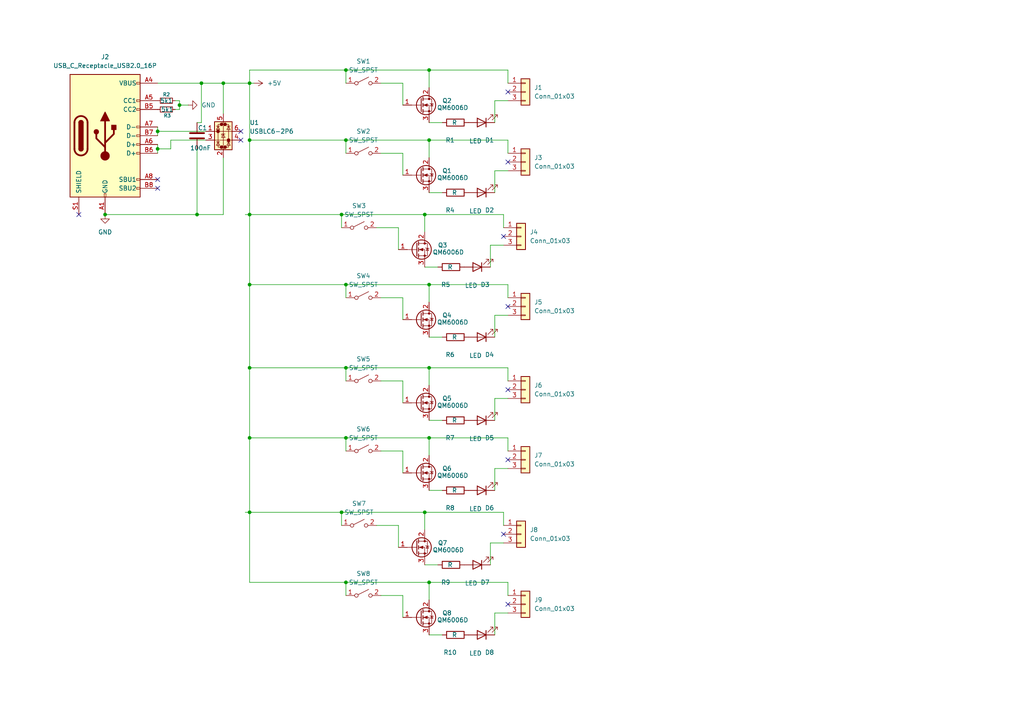
<source format=kicad_sch>
(kicad_sch (version 20250114) (generator "eeschema") (generator_version "9.0")
  (paper "A4")
  (lib_symbols
    (symbol "Connector:USB_C_Receptacle_USB2.0_16P" (pin_names (offset 1.016))
      (property "Reference" "J" (at 0 22.225 0))
      (property "Value" "USB_C_Receptacle_USB2.0_16P" (at 0 19.685 0))
      (symbol "USB_C_Receptacle_USB2.0_16P_0_0"
        (rectangle (start -0.254 -17.78) (end 0.254 -16.764))
        (rectangle (start 10.16 15.494) (end 9.144 14.986))
        (rectangle (start 10.16 10.414) (end 9.144 9.906))
        (rectangle (start 10.16 7.874) (end 9.144 7.366))
        (rectangle (start 10.16 2.794) (end 9.144 2.286))
        (rectangle (start 10.16 0.254) (end 9.144 -0.254))
        (rectangle (start 10.16 -2.286) (end 9.144 -2.794))
        (rectangle (start 10.16 -4.826) (end 9.144 -5.334))
        (rectangle (start 10.16 -12.446) (end 9.144 -12.954))
        (rectangle (start 10.16 -14.986) (end 9.144 -15.494))
      )
      (symbol "USB_C_Receptacle_USB2.0_16P_0_1"
        (rectangle (start -10.16 17.78) (end 10.16 -17.78) (stroke (width 0.254)) (fill (type background)))
        (polyline (pts (xy -8.89 -3.81) (xy -8.89 3.81)) (stroke (width 0.508)))
        (rectangle (start -7.62 -3.81) (end -6.35 3.81) (stroke (width 0.254)) (fill (type outline)))
        (arc (start -7.62 3.81) (mid -6.985 4.4423) (end -6.35 3.81) (stroke (width 0.254)))
        (arc (start -7.62 3.81) (mid -6.985 4.4423) (end -6.35 3.81) (stroke (width 0.254)) (fill (type outline)))
        (arc (start -8.89 3.81) (mid -6.985 5.7067) (end -5.08 3.81) (stroke (width 0.508)))
        (arc (start -5.08 -3.81) (mid -6.985 -5.7067) (end -8.89 -3.81) (stroke (width 0.508)))
        (arc (start -6.35 -3.81) (mid -6.985 -4.4423) (end -7.62 -3.81) (stroke (width 0.254)))
        (arc (start -6.35 -3.81) (mid -6.985 -4.4423) (end -7.62 -3.81) (stroke (width 0.254)) (fill (type outline)))
        (polyline (pts (xy -5.08 3.81) (xy -5.08 -3.81)) (stroke (width 0.508)))
        (circle (center -2.54 1.143) (radius 0.635) (stroke (width 0.254)) (fill (type outline)))
        (polyline (pts (xy -1.27 4.318) (xy 0 6.858) (xy 1.27 4.318) (xy -1.27 4.318)) (stroke (width 0.254)) (fill (type outline)))
        (polyline (pts (xy 0 -2.032) (xy 2.54 0.508) (xy 2.54 1.778)) (stroke (width 0.508)))
        (polyline (pts (xy 0 -3.302) (xy -2.54 -0.762) (xy -2.54 0.508)) (stroke (width 0.508)))
        (polyline (pts (xy 0 -5.842) (xy 0 4.318)) (stroke (width 0.508)))
        (circle (center 0 -5.842) (radius 1.27) (fill (type outline)))
        (rectangle (start 1.905 1.778) (end 3.175 3.048) (stroke (width 0.254)) (fill (type outline)))
      )
      (symbol "USB_C_Receptacle_USB2.0_16P_1_1"
        (pin passive line (at -7.62 -22.86 90) (length 5.08) (name "SHIELD") (number "S1"))
        (pin passive line (at 0 -22.86 90) (length 5.08) (name "GND") (number "A1"))
        (pin passive line (at 0 -22.86 90) (length 5.08) (hide yes) (name "GND") (number "A12"))
        (pin passive line (at 0 -22.86 90) (length 5.08) (hide yes) (name "GND") (number "B1"))
        (pin passive line (at 0 -22.86 90) (length 5.08) (hide yes) (name "GND") (number "B12"))
        (pin passive line (at 15.24 15.24 180) (length 5.08) (name "VBUS") (number "A4"))
        (pin passive line (at 15.24 15.24 180) (length 5.08) (hide yes) (name "VBUS") (number "A9"))
        (pin passive line (at 15.24 15.24 180) (length 5.08) (hide yes) (name "VBUS") (number "B4"))
        (pin passive line (at 15.24 15.24 180) (length 5.08) (hide yes) (name "VBUS") (number "B9"))
        (pin bidirectional line (at 15.24 10.16 180) (length 5.08) (name "CC1") (number "A5"))
        (pin bidirectional line (at 15.24 7.62 180) (length 5.08) (name "CC2") (number "B5"))
        (pin bidirectional line (at 15.24 2.54 180) (length 5.08) (name "D-") (number "A7"))
        (pin bidirectional line (at 15.24 0 180) (length 5.08) (name "D-") (number "B7"))
        (pin bidirectional line (at 15.24 -2.54 180) (length 5.08) (name "D+") (number "A6"))
        (pin bidirectional line (at 15.24 -5.08 180) (length 5.08) (name "D+") (number "B6"))
        (pin bidirectional line (at 15.24 -12.7 180) (length 5.08) (name "SBU1") (number "A8"))
        (pin bidirectional line (at 15.24 -15.24 180) (length 5.08) (name "SBU2") (number "B8"))
      )
    )
    (symbol "Connector_Generic:Conn_01x03" (pin_names (offset 1.016) (hide yes))
      (property "Reference" "J" (at 0 5.08 0))
      (property "Value" "Conn_01x03" (at 0 -5.08 0))
      (symbol "Conn_01x03_1_1"
        (rectangle (start -1.27 3.81) (end 1.27 -3.81) (stroke (width 0.254)) (fill (type background)))
        (rectangle (start -1.27 2.667) (end 0 2.413) (stroke (width 0.1524)))
        (rectangle (start -1.27 0.127) (end 0 -0.127) (stroke (width 0.1524)))
        (rectangle (start -1.27 -2.413) (end 0 -2.667) (stroke (width 0.1524)))
        (pin passive line (at -5.08 2.54 0) (length 3.81) (name "Pin_1") (number "1"))
        (pin passive line (at -5.08 0 0) (length 3.81) (name "Pin_2") (number "2"))
        (pin passive line (at -5.08 -2.54 0) (length 3.81) (name "Pin_3") (number "3"))
      )
    )
    (symbol "Device:C" (pin_numbers (hide yes)) (pin_names (offset 0.254))
      (property "Reference" "C" (at 0.635 2.54 0))
      (property "Value" "C" (at 0.635 -2.54 0))
      (symbol "C_0_1"
        (polyline (pts (xy -2.032 0.762) (xy 2.032 0.762)) (stroke (width 0.508)))
        (polyline (pts (xy -2.032 -0.762) (xy 2.032 -0.762)) (stroke (width 0.508)))
      )
      (symbol "C_1_1"
        (pin passive line (at 0 3.81 270) (length 2.794) (name "~") (number "1"))
        (pin passive line (at 0 -3.81 90) (length 2.794) (name "~") (number "2"))
      )
    )
    (symbol "Device:LED" (pin_numbers (hide yes)) (pin_names (offset 1.016) (hide yes))
      (property "Reference" "D" (at 0 2.54 0))
      (property "Value" "LED" (at 0 -2.54 0))
      (symbol "LED_0_1"
        (polyline (pts (xy -3.048 -0.762) (xy -4.572 -2.286) (xy -3.81 -2.286) (xy -4.572 -2.286) (xy -4.572 -1.524)))
        (polyline (pts (xy -1.778 -0.762) (xy -3.302 -2.286) (xy -2.54 -2.286) (xy -3.302 -2.286) (xy -3.302 -1.524)))
        (polyline (pts (xy -1.27 0) (xy 1.27 0)))
        (polyline (pts (xy -1.27 -1.27) (xy -1.27 1.27)) (stroke (width 0.254)))
        (polyline (pts (xy 1.27 -1.27) (xy 1.27 1.27) (xy -1.27 0) (xy 1.27 -1.27)) (stroke (width 0.254)))
      )
      (symbol "LED_1_1"
        (pin passive line (at -3.81 0 0) (length 2.54) (name "K") (number "1"))
        (pin passive line (at 3.81 0 180) (length 2.54) (name "A") (number "2"))
      )
    )
    (symbol "Device:R" (pin_numbers (hide yes)) (pin_names (offset 0))
      (property "Reference" "R" (at 2.032 0 90))
      (property "Value" "R" (at 0 0 90))
      (symbol "R_0_1"
        (rectangle (start -1.016 -2.54) (end 1.016 2.54) (stroke (width 0.254)))
      )
      (symbol "R_1_1"
        (pin passive line (at 0 3.81 270) (length 1.27) (name "~") (number "1"))
        (pin passive line (at 0 -3.81 90) (length 1.27) (name "~") (number "2"))
      )
    )
    (symbol "Device:R_Small" (pin_numbers (hide yes)) (pin_names (offset 0.254) (hide yes))
      (property "Reference" "R" (at 0 0 90))
      (property "Value" "R_Small" (at 1.778 0 90))
      (symbol "R_Small_0_1"
        (rectangle (start -0.762 1.778) (end 0.762 -1.778) (stroke (width 0.2032)))
      )
      (symbol "R_Small_1_1"
        (pin passive line (at 0 2.54 270) (length 0.762) (name "~") (number "1"))
        (pin passive line (at 0 -2.54 90) (length 0.762) (name "~") (number "2"))
      )
    )
    (symbol "Power_Protection:USBLC6-2P6" (pin_names (hide yes))
      (property "Reference" "U" (at 0.635 5.715 0))
      (property "Value" "USBLC6-2P6" (at 0.635 3.81 0))
      (symbol "USBLC6-2P6_0_0"
        (circle (center -1.524 0) (radius 0.0001) (stroke (width 0.508)))
        (circle (center -0.508 2.032) (radius 0.0001) (stroke (width 0.508)))
        (circle (center -0.508 -4.572) (radius 0.0001) (stroke (width 0.508)))
        (circle (center 0.508 2.032) (radius 0.0001) (stroke (width 0.508)))
        (circle (center 0.508 -4.572) (radius 0.0001) (stroke (width 0.508)))
        (circle (center 1.524 -2.54) (radius 0.0001) (stroke (width 0.508)))
      )
      (symbol "USBLC6-2P6_0_1"
        (polyline (pts (xy -2.54 0) (xy 2.54 0)))
        (polyline (pts (xy -2.54 -2.54) (xy 2.54 -2.54)))
        (polyline (pts (xy -2.032 0.508) (xy -1.016 0.508) (xy -1.524 1.524) (xy -2.032 0.508)))
        (polyline (pts (xy -2.032 -3.048) (xy -1.016 -3.048)))
        (polyline (pts (xy -1.016 1.524) (xy -2.032 1.524)))
        (polyline (pts (xy -1.016 -4.064) (xy -2.032 -4.064) (xy -1.524 -3.048) (xy -1.016 -4.064)))
        (polyline (pts (xy -0.508 -1.143) (xy -0.508 -0.762) (xy 0.508 -0.762)))
        (polyline (pts (xy 0 2.54) (xy -0.508 2.032) (xy 0.508 2.032) (xy 0 1.524) (xy 0 -4.064) (xy -0.508 -4.572) (xy 0.508 -4.572) (xy 0 -5.08)))
        (polyline (pts (xy 0.508 -1.778) (xy -0.508 -1.778) (xy 0 -0.762) (xy 0.508 -1.778)))
        (polyline (pts (xy 1.016 1.524) (xy 2.032 1.524)))
        (polyline (pts (xy 1.016 -3.048) (xy 2.032 -3.048)))
        (polyline (pts (xy 2.032 0.508) (xy 1.016 0.508) (xy 1.524 1.524) (xy 2.032 0.508)))
        (polyline (pts (xy 2.032 -4.064) (xy 1.016 -4.064) (xy 1.524 -3.048) (xy 2.032 -4.064)))
      )
      (symbol "USBLC6-2P6_1_1"
        (rectangle (start -2.54 2.794) (end 2.54 -5.334) (stroke (width 0.254)) (fill (type background)))
        (polyline (pts (xy -0.508 2.032) (xy -1.524 2.032) (xy -1.524 -4.572) (xy -0.508 -4.572)))
        (polyline (pts (xy 0.508 -4.572) (xy 1.524 -4.572) (xy 1.524 2.032) (xy 0.508 2.032)))
        (pin passive line (at -5.08 0 0) (length 2.54) (name "I/O1") (number "1"))
        (pin passive line (at -5.08 -2.54 0) (length 2.54) (name "I/O2") (number "3"))
        (pin passive line (at 0 5.08 270) (length 2.54) (name "VBUS") (number "5"))
        (pin passive line (at 0 -7.62 90) (length 2.54) (name "GND") (number "2"))
        (pin passive line (at 5.08 0 180) (length 2.54) (name "I/O1") (number "6"))
        (pin passive line (at 5.08 -2.54 180) (length 2.54) (name "I/O2") (number "4"))
      )
    )
    (symbol "Switch:SW_SPST" (pin_names (offset 0) (hide yes))
      (property "Reference" "SW" (at 0 3.175 0))
      (property "Value" "SW_SPST" (at 0 -2.54 0))
      (symbol "SW_SPST_0_0"
        (circle (center -2.032 0) (radius 0.508))
        (polyline (pts (xy -1.524 0.254) (xy 1.524 1.778)))
        (circle (center 2.032 0) (radius 0.508))
      )
      (symbol "SW_SPST_1_1"
        (pin passive line (at -5.08 0 0) (length 2.54) (name "A") (number "1"))
        (pin passive line (at 5.08 0 180) (length 2.54) (name "B") (number "2"))
      )
    )
    (symbol "Transistor_FET:QM6006D" (pin_names (hide yes))
      (property "Reference" "Q" (at 5.08 1.905 0))
      (property "Value" "QM6006D" (at 5.08 0 0))
      (symbol "QM6006D_0_1"
        (polyline (pts (xy 0.254 1.905) (xy 0.254 -1.905)) (stroke (width 0.254)))
        (polyline (pts (xy 0.254 0) (xy -2.54 0)))
        (polyline (pts (xy 0.762 2.286) (xy 0.762 1.27)) (stroke (width 0.254)))
        (polyline (pts (xy 0.762 0.508) (xy 0.762 -0.508)) (stroke (width 0.254)))
        (polyline (pts (xy 0.762 -1.27) (xy 0.762 -2.286)) (stroke (width 0.254)))
        (polyline (pts (xy 0.762 -1.778) (xy 3.302 -1.778) (xy 3.302 1.778) (xy 0.762 1.778)))
        (polyline (pts (xy 1.016 0) (xy 2.032 0.381) (xy 2.032 -0.381) (xy 1.016 0)) (fill (type outline)))
        (circle (center 1.651 0) (radius 2.794) (stroke (width 0.254)))
        (polyline (pts (xy 2.54 2.54) (xy 2.54 1.778)))
        (circle (center 2.54 1.778) (radius 0.254) (fill (type outline)))
        (circle (center 2.54 -1.778) (radius 0.254) (fill (type outline)))
        (polyline (pts (xy 2.54 -2.54) (xy 2.54 0) (xy 0.762 0)))
        (polyline (pts (xy 2.794 0.508) (xy 2.921 0.381) (xy 3.683 0.381) (xy 3.81 0.254)))
        (polyline (pts (xy 3.302 0.381) (xy 2.921 -0.254) (xy 3.683 -0.254) (xy 3.302 0.381)))
      )
      (symbol "QM6006D_1_1"
        (pin input line (at -5.08 0 0) (length 2.54) (name "G") (number "1"))
        (pin passive line (at 2.54 5.08 270) (length 2.54) (name "D") (number "2"))
        (pin passive line (at 2.54 -5.08 90) (length 2.54) (name "S") (number "3"))
      )
    )
    (symbol "power:+5V" (power) (pin_numbers (hide yes)) (pin_names (offset 0) (hide yes))
      (property "Value" "+5V" (at 0 3.556 0))
      (symbol "+5V_0_1"
        (polyline (pts (xy -0.762 1.27) (xy 0 2.54)))
        (polyline (pts (xy 0 2.54) (xy 0.762 1.27)))
        (polyline (pts (xy 0 0) (xy 0 2.54)))
      )
      (symbol "+5V_1_1"
        (pin power_in line (at 0 0 90) (length 0) (name "~") (number "1"))
      )
    )
    (symbol "power:GND" (power) (pin_numbers (hide yes)) (pin_names (offset 0) (hide yes))
      (property "Value" "GND" (at 0 -3.81 0))
      (symbol "GND_0_1"
        (polyline (pts (xy 0 0) (xy 0 -1.27) (xy 1.27 -1.27) (xy 0 -2.54) (xy -1.27 -1.27) (xy 0 -1.27)))
      )
      (symbol "GND_1_1"
        (pin power_in line (at 0 0 270) (length 0) (name "~") (number "1"))
      )
    )
  )
  (junction (at 99.06 62.23))
  (junction (at 123.19 148.59))
  (junction (at 30.48 62.23))
  (junction (at 57.15 62.23))
  (junction (at 100.33 168.91))
  (junction (at 100.33 106.68))
  (junction (at 45.72 38.1))
  (junction (at 124.46 127))
  (junction (at 124.46 106.68))
  (junction (at 100.33 40.64))
  (junction (at 124.46 82.55))
  (junction (at 52.07 30.48))
  (junction (at 72.39 127))
  (junction (at 72.39 106.68))
  (junction (at 72.39 24.13))
  (junction (at 124.46 20.32))
  (junction (at 72.39 82.55))
  (junction (at 58.42 24.13))
  (junction (at 72.39 62.23))
  (junction (at 100.33 82.55))
  (junction (at 100.33 20.32))
  (junction (at 45.72 43.18))
  (junction (at 64.77 24.13))
  (junction (at 123.19 62.23))
  (junction (at 124.46 40.64))
  (junction (at 72.39 148.59))
  (junction (at 100.33 127))
  (junction (at 72.39 40.64))
  (junction (at 99.06 148.59))
  (junction (at 124.46 168.91))
  (no_connect (at 147.32 88.9))
  (no_connect (at 147.32 175.26))
  (no_connect (at 69.85 40.64))
  (no_connect (at 146.05 154.94))
  (no_connect (at 22.86 62.23))
  (no_connect (at 147.32 26.67))
  (no_connect (at 147.32 133.35))
  (no_connect (at 146.05 68.58))
  (no_connect (at 45.72 54.61))
  (no_connect (at 45.72 52.07))
  (no_connect (at 147.32 113.03))
  (no_connect (at 147.32 46.99))
  (no_connect (at 69.85 38.1))
  (wire (pts (xy 123.19 148.59) (xy 146.05 148.59)))
  (wire (pts (xy 124.46 20.32) (xy 124.46 25.4)))
  (wire (pts (xy 123.19 62.23) (xy 123.19 67.31)))
  (wire (pts (xy 147.32 127) (xy 147.32 130.81)))
  (wire (pts (xy 123.19 77.47) (xy 127 77.47)))
  (wire (pts (xy 116.84 24.13) (xy 116.84 30.48)))
  (wire (pts (xy 143.51 115.57) (xy 147.32 115.57)))
  (wire (pts (xy 71.12 148.59) (xy 72.39 148.59)))
  (wire (pts (xy 143.51 29.21) (xy 147.32 29.21)))
  (wire (pts (xy 45.72 38.1) (xy 45.72 39.37)))
  (wire (pts (xy 116.84 110.49) (xy 116.84 116.84)))
  (wire (pts (xy 124.46 40.64) (xy 147.32 40.64)))
  (wire (pts (xy 124.46 82.55) (xy 124.46 87.63)))
  (wire (pts (xy 109.22 152.4) (xy 115.57 152.4)))
  (wire (pts (xy 52.07 29.21) (xy 52.07 30.48)))
  (wire (pts (xy 99.06 148.59) (xy 123.19 148.59)))
  (wire (pts (xy 115.57 152.4) (xy 115.57 158.75)))
  (wire (pts (xy 100.33 82.55) (xy 100.33 86.36)))
  (wire (pts (xy 142.24 71.12) (xy 146.05 71.12)))
  (wire (pts (xy 72.39 82.55) (xy 100.33 82.55)))
  (wire (pts (xy 124.46 20.32) (xy 147.32 20.32)))
  (wire (pts (xy 124.46 127) (xy 147.32 127)))
  (wire (pts (xy 64.77 62.23) (xy 57.15 62.23)))
  (wire (pts (xy 100.33 40.64) (xy 100.33 44.45)))
  (wire (pts (xy 72.39 148.59) (xy 99.06 148.59)))
  (wire (pts (xy 57.15 43.18) (xy 57.15 62.23)))
  (wire (pts (xy 52.07 30.48) (xy 52.07 31.75)))
  (wire (pts (xy 50.8 29.21) (xy 52.07 29.21)))
  (wire (pts (xy 45.72 24.13) (xy 58.42 24.13)))
  (wire (pts (xy 72.39 148.59) (xy 72.39 168.91)))
  (wire (pts (xy 142.24 77.47) (xy 142.24 71.12)))
  (wire (pts (xy 100.33 20.32) (xy 124.46 20.32)))
  (wire (pts (xy 100.33 127) (xy 100.33 130.81)))
  (wire (pts (xy 100.33 127) (xy 124.46 127)))
  (wire (pts (xy 72.39 62.23) (xy 72.39 82.55)))
  (wire (pts (xy 124.46 127) (xy 124.46 132.08)))
  (wire (pts (xy 146.05 148.59) (xy 146.05 152.4)))
  (wire (pts (xy 143.51 91.44) (xy 147.32 91.44)))
  (wire (pts (xy 124.46 97.79) (xy 128.27 97.79)))
  (wire (pts (xy 143.51 135.89) (xy 147.32 135.89)))
  (wire (pts (xy 71.12 62.23) (xy 72.39 62.23)))
  (wire (pts (xy 124.46 82.55) (xy 147.32 82.55)))
  (wire (pts (xy 124.46 168.91) (xy 147.32 168.91)))
  (wire (pts (xy 116.84 86.36) (xy 116.84 92.71)))
  (wire (pts (xy 143.51 35.56) (xy 143.51 29.21)))
  (wire (pts (xy 110.49 130.81) (xy 116.84 130.81)))
  (wire (pts (xy 49.53 40.64) (xy 49.53 43.18)))
  (wire (pts (xy 72.39 24.13) (xy 72.39 20.32)))
  (wire (pts (xy 72.39 24.13) (xy 73.66 24.13)))
  (wire (pts (xy 59.69 40.64) (xy 49.53 40.64)))
  (wire (pts (xy 143.51 121.92) (xy 143.51 115.57)))
  (wire (pts (xy 100.33 20.32) (xy 100.33 24.13)))
  (wire (pts (xy 72.39 40.64) (xy 72.39 62.23)))
  (wire (pts (xy 124.46 184.15) (xy 128.27 184.15)))
  (wire (pts (xy 110.49 44.45) (xy 116.84 44.45)))
  (wire (pts (xy 58.42 24.13) (xy 64.77 24.13)))
  (wire (pts (xy 116.84 130.81) (xy 116.84 137.16)))
  (wire (pts (xy 58.42 24.13) (xy 58.42 35.56)))
  (wire (pts (xy 72.39 40.64) (xy 100.33 40.64)))
  (wire (pts (xy 143.51 142.24) (xy 143.51 135.89)))
  (wire (pts (xy 64.77 45.72) (xy 64.77 62.23)))
  (wire (pts (xy 72.39 106.68) (xy 100.33 106.68)))
  (wire (pts (xy 142.24 163.83) (xy 142.24 157.48)))
  (wire (pts (xy 100.33 40.64) (xy 124.46 40.64)))
  (wire (pts (xy 123.19 148.59) (xy 123.19 153.67)))
  (wire (pts (xy 45.72 43.18) (xy 45.72 44.45)))
  (wire (pts (xy 109.22 66.04) (xy 115.57 66.04)))
  (wire (pts (xy 116.84 172.72) (xy 116.84 179.07)))
  (wire (pts (xy 143.51 97.79) (xy 143.51 91.44)))
  (wire (pts (xy 123.19 62.23) (xy 146.05 62.23)))
  (wire (pts (xy 110.49 86.36) (xy 116.84 86.36)))
  (wire (pts (xy 99.06 62.23) (xy 99.06 66.04)))
  (wire (pts (xy 110.49 110.49) (xy 116.84 110.49)))
  (wire (pts (xy 99.06 148.59) (xy 99.06 152.4)))
  (wire (pts (xy 143.51 49.53) (xy 147.32 49.53)))
  (wire (pts (xy 72.39 20.32) (xy 100.33 20.32)))
  (wire (pts (xy 72.39 24.13) (xy 72.39 40.64)))
  (wire (pts (xy 100.33 82.55) (xy 124.46 82.55)))
  (wire (pts (xy 124.46 106.68) (xy 124.46 111.76)))
  (wire (pts (xy 72.39 127) (xy 72.39 148.59)))
  (wire (pts (xy 72.39 127) (xy 100.33 127)))
  (wire (pts (xy 52.07 30.48) (xy 54.61 30.48)))
  (wire (pts (xy 116.84 44.45) (xy 116.84 50.8)))
  (wire (pts (xy 57.15 35.56) (xy 58.42 35.56)))
  (wire (pts (xy 115.57 66.04) (xy 115.57 72.39)))
  (wire (pts (xy 100.33 168.91) (xy 124.46 168.91)))
  (wire (pts (xy 147.32 168.91) (xy 147.32 172.72)))
  (wire (pts (xy 147.32 82.55) (xy 147.32 86.36)))
  (wire (pts (xy 146.05 62.23) (xy 146.05 66.04)))
  (wire (pts (xy 45.72 41.91) (xy 45.72 43.18)))
  (wire (pts (xy 72.39 106.68) (xy 72.39 127)))
  (wire (pts (xy 124.46 121.92) (xy 128.27 121.92)))
  (wire (pts (xy 64.77 24.13) (xy 72.39 24.13)))
  (wire (pts (xy 100.33 106.68) (xy 124.46 106.68)))
  (wire (pts (xy 124.46 55.88) (xy 128.27 55.88)))
  (wire (pts (xy 49.53 43.18) (xy 45.72 43.18)))
  (wire (pts (xy 30.48 62.23) (xy 57.15 62.23)))
  (wire (pts (xy 143.51 184.15) (xy 143.51 177.8)))
  (wire (pts (xy 52.07 31.75) (xy 50.8 31.75)))
  (wire (pts (xy 99.06 62.23) (xy 123.19 62.23)))
  (wire (pts (xy 72.39 168.91) (xy 100.33 168.91)))
  (wire (pts (xy 72.39 62.23) (xy 99.06 62.23)))
  (wire (pts (xy 100.33 106.68) (xy 100.33 110.49)))
  (wire (pts (xy 110.49 172.72) (xy 116.84 172.72)))
  (wire (pts (xy 142.24 157.48) (xy 146.05 157.48)))
  (wire (pts (xy 124.46 142.24) (xy 128.27 142.24)))
  (wire (pts (xy 147.32 40.64) (xy 147.32 44.45)))
  (wire (pts (xy 45.72 36.83) (xy 45.72 38.1)))
  (wire (pts (xy 147.32 20.32) (xy 147.32 24.13)))
  (wire (pts (xy 147.32 106.68) (xy 147.32 110.49)))
  (wire (pts (xy 124.46 40.64) (xy 124.46 45.72)))
  (wire (pts (xy 124.46 168.91) (xy 124.46 173.99)))
  (wire (pts (xy 72.39 82.55) (xy 72.39 106.68)))
  (wire (pts (xy 110.49 24.13) (xy 116.84 24.13)))
  (wire (pts (xy 143.51 55.88) (xy 143.51 49.53)))
  (wire (pts (xy 124.46 35.56) (xy 128.27 35.56)))
  (wire (pts (xy 100.33 168.91) (xy 100.33 172.72)))
  (wire (pts (xy 124.46 106.68) (xy 147.32 106.68)))
  (wire (pts (xy 123.19 163.83) (xy 127 163.83)))
  (wire (pts (xy 64.77 24.13) (xy 64.77 33.02)))
  (wire (pts (xy 45.72 38.1) (xy 59.69 38.1)))
  (wire (pts (xy 143.51 177.8) (xy 147.32 177.8)))
  (symbol (lib_id "Device:R") (at 132.08 184.15 90) (unit 1)
    (property "Reference" "R10" (at 130.556 189.23 90))
    (property "Value" "R" (at 131.826 184.15 90))
    (property "Footprint" "Resistor_SMD:R_1206_3216Metric" (effects (hide yes)))
    (property "Description" "Resistor" (effects (hide yes)))
  )
  (symbol (lib_id "Device:R_Small") (at 48.26 29.21 90) (unit 1)
    (property "Reference" "R2" (at 48.26 27.432 90) (effects (font (size 1.016 1.016))))
    (property "Value" "5k1" (at 48.26 29.21 90))
    (property "Footprint" "Resistor_SMD:R_1206_3216Metric" (effects (hide yes)))
    (property "Description" "Resistor, small symbol" (effects (hide yes)))
  )
  (symbol (lib_id "power:GND") (at 30.48 62.23 0) (unit 1)
    (property "Reference" "#PWR04" (effects (hide yes)))
    (property "Value" "GND" (at 30.48 67.31 0))
    (property "Description" "Power symbol creates a global label with name \"GND\" , ground" (effects (hide yes)))
  )
  (symbol (lib_id "Transistor_FET:QM6006D") (at 121.92 179.07 0) (unit 1)
    (property "Reference" "Q8" (at 128.27 177.7999 0) (effects (justify left)))
    (property "Value" "QM6006D" (at 126.746 179.832 0) (effects (justify left)))
    (property "Footprint" "Package_TO_SOT_SMD:TO-252-2" (effects (hide yes)))
    (property "Datasheet" "http://www.jaolen.com/images/pdf/QM6006D.pdf" (effects (hide yes)))
    (property "Description" "35A Id, 60V Vds, N-Channel Power MOSFET, 18mOhm Ron, 19.3nC Qg (typ), TO252" (effects (hide yes)))
  )
  (symbol (lib_id "Switch:SW_SPST") (at 104.14 152.4 0) (unit 1)
    (property "Reference" "SW7" (at 104.14 146.05 0))
    (property "Value" "SW_SPST" (at 104.14 148.59 0))
    (property "Footprint" "Button_Switch_THT:SW_Slide-03_Wuerth-WS-SLTV_10x2.5x6.4_P2.54mm" (effects (hide yes)))
    (property "Description" "Single Pole Single Throw (SPST) switch" (effects (hide yes)))
  )
  (symbol (lib_id "Device:R") (at 132.08 142.24 90) (unit 1)
    (property "Reference" "R8" (at 130.556 147.32 90))
    (property "Value" "R" (at 131.826 142.24 90))
    (property "Footprint" "Resistor_SMD:R_1206_3216Metric" (effects (hide yes)))
    (property "Description" "Resistor" (effects (hide yes)))
  )
  (symbol (lib_id "Device:LED") (at 139.7 142.24 180) (unit 1)
    (property "Reference" "D6" (at 141.986 147.32 0))
    (property "Value" "LED" (at 137.922 147.574 0))
    (property "Footprint" "LED_SMD:LED_1206_3216Metric" (effects (hide yes)))
    (property "Description" "Light emitting diode" (effects (hide yes)))
    (property "Sim.Pins" "1=K 2=A" (effects (hide yes)))
  )
  (symbol (lib_id "Device:LED") (at 139.7 97.79 180) (unit 1)
    (property "Reference" "D4" (at 141.986 102.87 0))
    (property "Value" "LED" (at 137.922 103.124 0))
    (property "Footprint" "LED_SMD:LED_1206_3216Metric" (effects (hide yes)))
    (property "Description" "Light emitting diode" (effects (hide yes)))
    (property "Sim.Pins" "1=K 2=A" (effects (hide yes)))
  )
  (symbol (lib_id "Device:LED") (at 139.7 35.56 180) (unit 1)
    (property "Reference" "D1" (at 141.986 40.64 0))
    (property "Value" "LED" (at 137.922 40.894 0))
    (property "Footprint" "LED_SMD:LED_1206_3216Metric" (effects (hide yes)))
    (property "Description" "Light emitting diode" (effects (hide yes)))
    (property "Sim.Pins" "1=K 2=A" (effects (hide yes)))
  )
  (symbol (lib_id "Device:LED") (at 138.43 77.47 180) (unit 1)
    (property "Reference" "D3" (at 140.716 82.55 0))
    (property "Value" "LED" (at 136.652 82.804 0))
    (property "Footprint" "LED_SMD:LED_1206_3216Metric" (effects (hide yes)))
    (property "Description" "Light emitting diode" (effects (hide yes)))
    (property "Sim.Pins" "1=K 2=A" (effects (hide yes)))
  )
  (symbol (lib_id "Device:R") (at 130.81 77.47 90) (unit 1)
    (property "Reference" "R5" (at 129.286 82.55 90))
    (property "Value" "R" (at 130.556 77.47 90))
    (property "Footprint" "Resistor_SMD:R_1206_3216Metric" (effects (hide yes)))
    (property "Description" "Resistor" (effects (hide yes)))
  )
  (symbol (lib_id "Transistor_FET:QM6006D") (at 120.65 158.75 0) (unit 1)
    (property "Reference" "Q7" (at 127 157.4799 0) (effects (justify left)))
    (property "Value" "QM6006D" (at 125.476 159.512 0) (effects (justify left)))
    (property "Footprint" "Package_TO_SOT_SMD:TO-252-2" (effects (hide yes)))
    (property "Datasheet" "http://www.jaolen.com/images/pdf/QM6006D.pdf" (effects (hide yes)))
    (property "Description" "35A Id, 60V Vds, N-Channel Power MOSFET, 18mOhm Ron, 19.3nC Qg (typ), TO252" (effects (hide yes)))
  )
  (symbol (lib_id "Connector_Generic:Conn_01x03") (at 152.4 46.99 0) (unit 1)
    (property "Reference" "J3" (at 154.94 45.7199 0) (effects (justify left)))
    (property "Value" "Conn_01x03" (at 154.94 48.2599 0) (effects (justify left)))
    (property "Footprint" "Connector_JST:JST_PH_S3B-PH-K_1x03_P2.00mm_Horizontal" (effects (hide yes)))
    (property "Description" "Generic connector, single row, 01x03, script generated (kicad-library-utils/schlib/autogen/connector/)" (effects (hide yes)))
  )
  (symbol (lib_id "Device:LED") (at 139.7 184.15 180) (unit 1)
    (property "Reference" "D8" (at 141.986 189.23 0))
    (property "Value" "LED" (at 137.922 189.484 0))
    (property "Footprint" "LED_SMD:LED_1206_3216Metric" (effects (hide yes)))
    (property "Description" "Light emitting diode" (effects (hide yes)))
    (property "Sim.Pins" "1=K 2=A" (effects (hide yes)))
  )
  (symbol (lib_id "Transistor_FET:QM6006D") (at 121.92 137.16 0) (unit 1)
    (property "Reference" "Q6" (at 128.27 135.8899 0) (effects (justify left)))
    (property "Value" "QM6006D" (at 126.746 137.922 0) (effects (justify left)))
    (property "Footprint" "Package_TO_SOT_SMD:TO-252-2" (effects (hide yes)))
    (property "Datasheet" "http://www.jaolen.com/images/pdf/QM6006D.pdf" (effects (hide yes)))
    (property "Description" "35A Id, 60V Vds, N-Channel Power MOSFET, 18mOhm Ron, 19.3nC Qg (typ), TO252" (effects (hide yes)))
  )
  (symbol (lib_id "Connector_Generic:Conn_01x03") (at 152.4 133.35 0) (unit 1)
    (property "Reference" "J7" (at 154.94 132.0799 0) (effects (justify left)))
    (property "Value" "Conn_01x03" (at 154.94 134.6199 0) (effects (justify left)))
    (property "Footprint" "Connector_JST:JST_PH_S3B-PH-K_1x03_P2.00mm_Horizontal" (effects (hide yes)))
    (property "Description" "Generic connector, single row, 01x03, script generated (kicad-library-utils/schlib/autogen/connector/)" (effects (hide yes)))
  )
  (symbol (lib_id "Connector_Generic:Conn_01x03") (at 152.4 26.67 0) (unit 1)
    (property "Reference" "J1" (at 154.94 25.3999 0) (effects (justify left)))
    (property "Value" "Conn_01x03" (at 154.94 27.9399 0) (effects (justify left)))
    (property "Footprint" "Connector_JST:JST_PH_S3B-PH-K_1x03_P2.00mm_Horizontal" (effects (hide yes)))
    (property "Description" "Generic connector, single row, 01x03, script generated (kicad-library-utils/schlib/autogen/connector/)" (effects (hide yes)))
  )
  (symbol (lib_id "Transistor_FET:QM6006D") (at 121.92 50.8 0) (unit 1)
    (property "Reference" "Q1" (at 128.27 49.5299 0) (effects (justify left)))
    (property "Value" "QM6006D" (at 126.746 51.562 0) (effects (justify left)))
    (property "Footprint" "Package_TO_SOT_SMD:TO-252-2" (effects (hide yes)))
    (property "Datasheet" "http://www.jaolen.com/images/pdf/QM6006D.pdf" (effects (hide yes)))
    (property "Description" "35A Id, 60V Vds, N-Channel Power MOSFET, 18mOhm Ron, 19.3nC Qg (typ), TO252" (effects (hide yes)))
  )
  (symbol (lib_id "Device:LED") (at 139.7 121.92 180) (unit 1)
    (property "Reference" "D5" (at 141.986 127 0))
    (property "Value" "LED" (at 137.922 127.254 0))
    (property "Footprint" "LED_SMD:LED_1206_3216Metric" (effects (hide yes)))
    (property "Description" "Light emitting diode" (effects (hide yes)))
    (property "Sim.Pins" "1=K 2=A" (effects (hide yes)))
  )
  (symbol (lib_id "Power_Protection:USBLC6-2P6") (at 64.77 38.1 0) (unit 1)
    (property "Reference" "U1" (at 72.39 35.56 0) (effects (justify left)))
    (property "Value" "USBLC6-2P6" (at 72.39 38.1 0) (effects (justify left)))
    (property "Footprint" "Package_TO_SOT_SMD:SOT-666" (effects (hide yes)))
    (property "Datasheet" "https://www.st.com/resource/en/datasheet/usblc6-2.pdf" (effects (hide yes)))
    (property "Description" "Very low capacitance ESD protection diode, 2 data-line, SOT-666" (effects (hide yes)))
  )
  (symbol (lib_id "Transistor_FET:QM6006D") (at 120.65 72.39 0) (unit 1)
    (property "Reference" "Q3" (at 127 71.1199 0) (effects (justify left)))
    (property "Value" "QM6006D" (at 125.476 73.152 0) (effects (justify left)))
    (property "Footprint" "Package_TO_SOT_SMD:TO-252-2" (effects (hide yes)))
    (property "Datasheet" "http://www.jaolen.com/images/pdf/QM6006D.pdf" (effects (hide yes)))
    (property "Description" "35A Id, 60V Vds, N-Channel Power MOSFET, 18mOhm Ron, 19.3nC Qg (typ), TO252" (effects (hide yes)))
  )
  (symbol (lib_id "Device:R") (at 130.81 163.83 90) (unit 1)
    (property "Reference" "R9" (at 129.286 168.91 90))
    (property "Value" "R" (at 130.556 163.83 90))
    (property "Footprint" "Resistor_SMD:R_1206_3216Metric" (effects (hide yes)))
    (property "Description" "Resistor" (effects (hide yes)))
  )
  (symbol (lib_id "Device:R") (at 132.08 55.88 90) (unit 1)
    (property "Reference" "R4" (at 130.556 60.96 90))
    (property "Value" "R" (at 131.826 55.88 90))
    (property "Footprint" "Resistor_SMD:R_1206_3216Metric" (effects (hide yes)))
    (property "Description" "Resistor" (effects (hide yes)))
  )
  (symbol (lib_id "Device:LED") (at 138.43 163.83 180) (unit 1)
    (property "Reference" "D7" (at 140.716 168.91 0))
    (property "Value" "LED" (at 136.652 169.164 0))
    (property "Footprint" "LED_SMD:LED_1206_3216Metric" (effects (hide yes)))
    (property "Description" "Light emitting diode" (effects (hide yes)))
    (property "Sim.Pins" "1=K 2=A" (effects (hide yes)))
  )
  (symbol (lib_id "power:+5V") (at 73.66 24.13 270) (unit 1)
    (property "Reference" "#PWR06" (effects (hide yes)))
    (property "Value" "+5V" (at 77.47 24.1299 90) (effects (justify left)))
    (property "Description" "Power symbol creates a global label with name \"+5V\"" (effects (hide yes)))
  )
  (symbol (lib_id "Transistor_FET:QM6006D") (at 121.92 92.71 0) (unit 1)
    (property "Reference" "Q4" (at 128.27 91.4399 0) (effects (justify left)))
    (property "Value" "QM6006D" (at 126.746 93.472 0) (effects (justify left)))
    (property "Footprint" "Package_TO_SOT_SMD:TO-252-2" (effects (hide yes)))
    (property "Datasheet" "http://www.jaolen.com/images/pdf/QM6006D.pdf" (effects (hide yes)))
    (property "Description" "35A Id, 60V Vds, N-Channel Power MOSFET, 18mOhm Ron, 19.3nC Qg (typ), TO252" (effects (hide yes)))
  )
  (symbol (lib_id "Transistor_FET:QM6006D") (at 121.92 30.48 0) (unit 1)
    (property "Reference" "Q2" (at 128.27 29.2099 0) (effects (justify left)))
    (property "Value" "QM6006D" (at 126.746 31.242 0) (effects (justify left)))
    (property "Footprint" "Package_TO_SOT_SMD:TO-252-2" (effects (hide yes)))
    (property "Datasheet" "http://www.jaolen.com/images/pdf/QM6006D.pdf" (effects (hide yes)))
    (property "Description" "35A Id, 60V Vds, N-Channel Power MOSFET, 18mOhm Ron, 19.3nC Qg (typ), TO252" (effects (hide yes)))
  )
  (symbol (lib_id "Connector_Generic:Conn_01x03") (at 152.4 88.9 0) (unit 1)
    (property "Reference" "J5" (at 154.94 87.6299 0) (effects (justify left)))
    (property "Value" "Conn_01x03" (at 154.94 90.1699 0) (effects (justify left)))
    (property "Footprint" "Connector_JST:JST_PH_S3B-PH-K_1x03_P2.00mm_Horizontal" (effects (hide yes)))
    (property "Description" "Generic connector, single row, 01x03, script generated (kicad-library-utils/schlib/autogen/connector/)" (effects (hide yes)))
  )
  (symbol (lib_id "Switch:SW_SPST") (at 105.41 86.36 0) (unit 1)
    (property "Reference" "SW4" (at 105.41 80.01 0))
    (property "Value" "SW_SPST" (at 105.41 82.55 0))
    (property "Footprint" "Button_Switch_THT:SW_Slide-03_Wuerth-WS-SLTV_10x2.5x6.4_P2.54mm" (effects (hide yes)))
    (property "Description" "Single Pole Single Throw (SPST) switch" (effects (hide yes)))
  )
  (symbol (lib_id "Switch:SW_SPST") (at 105.41 44.45 0) (unit 1)
    (property "Reference" "SW2" (at 105.41 38.1 0))
    (property "Value" "SW_SPST" (at 105.41 40.64 0))
    (property "Footprint" "Button_Switch_THT:SW_Slide-03_Wuerth-WS-SLTV_10x2.5x6.4_P2.54mm" (effects (hide yes)))
    (property "Description" "Single Pole Single Throw (SPST) switch" (effects (hide yes)))
  )
  (symbol (lib_id "Connector:USB_C_Receptacle_USB2.0_16P") (at 30.48 39.37 0) (unit 1)
    (property "Reference" "J2" (at 30.48 16.51 0))
    (property "Value" "USB_C_Receptacle_USB2.0_16P" (at 30.48 19.05 0))
    (property "Footprint" "Connector_USB:USB_C_Receptacle_HRO_TYPE-C-31-M-12" (effects (hide yes)))
    (property "Datasheet" "https://www.usb.org/sites/default/files/documents/usb_type-c.zip" (effects (hide yes)))
    (property "Description" "USB 2.0-only 16P Type-C Receptacle connector" (effects (hide yes)))
  )
  (symbol (lib_id "Device:LED") (at 139.7 55.88 180) (unit 1)
    (property "Reference" "D2" (at 141.986 60.96 0))
    (property "Value" "LED" (at 137.922 61.214 0))
    (property "Footprint" "LED_SMD:LED_1206_3216Metric" (effects (hide yes)))
    (property "Description" "Light emitting diode" (effects (hide yes)))
    (property "Sim.Pins" "1=K 2=A" (effects (hide yes)))
  )
  (symbol (lib_id "power:GND") (at 54.61 30.48 90) (unit 1)
    (property "Reference" "#PWR05" (effects (hide yes)))
    (property "Value" "GND" (at 58.42 30.4799 90) (effects (justify right)))
    (property "Description" "Power symbol creates a global label with name \"GND\" , ground" (effects (hide yes)))
  )
  (symbol (lib_id "Device:R") (at 132.08 121.92 90) (unit 1)
    (property "Reference" "R7" (at 130.556 127 90))
    (property "Value" "R" (at 131.826 121.92 90))
    (property "Footprint" "Resistor_SMD:R_1206_3216Metric" (effects (hide yes)))
    (property "Description" "Resistor" (effects (hide yes)))
  )
  (symbol (lib_id "Switch:SW_SPST") (at 104.14 66.04 0) (unit 1)
    (property "Reference" "SW3" (at 104.14 59.69 0))
    (property "Value" "SW_SPST" (at 104.14 62.23 0))
    (property "Footprint" "Button_Switch_THT:SW_Slide-03_Wuerth-WS-SLTV_10x2.5x6.4_P2.54mm" (effects (hide yes)))
    (property "Description" "Single Pole Single Throw (SPST) switch" (effects (hide yes)))
  )
  (symbol (lib_id "Switch:SW_SPST") (at 105.41 24.13 0) (unit 1)
    (property "Reference" "SW1" (at 105.41 17.78 0))
    (property "Value" "SW_SPST" (at 105.41 20.32 0))
    (property "Footprint" "Button_Switch_THT:SW_Slide-03_Wuerth-WS-SLTV_10x2.5x6.4_P2.54mm" (effects (hide yes)))
    (property "Description" "Single Pole Single Throw (SPST) switch" (effects (hide yes)))
  )
  (symbol (lib_id "Device:R") (at 132.08 35.56 90) (unit 1)
    (property "Reference" "R1" (at 130.556 40.64 90))
    (property "Value" "R" (at 131.826 35.56 90))
    (property "Footprint" "Resistor_SMD:R_1206_3216Metric" (effects (hide yes)))
    (property "Description" "Resistor" (effects (hide yes)))
  )
  (symbol (lib_id "Device:R") (at 132.08 97.79 90) (unit 1)
    (property "Reference" "R6" (at 130.556 102.87 90))
    (property "Value" "R" (at 131.826 97.79 90))
    (property "Footprint" "Resistor_SMD:R_1206_3216Metric" (effects (hide yes)))
    (property "Description" "Resistor" (effects (hide yes)))
  )
  (symbol (lib_id "Device:C") (at 57.15 39.37 0) (unit 1)
    (property "Reference" "C1" (at 57.404 37.084 0) (effects (justify left)))
    (property "Value" "100nF" (at 55.118 42.926 0) (effects (justify left)))
    (property "Footprint" "Capacitor_SMD:C_1206_3216Metric" (effects (hide yes)))
    (property "Description" "Unpolarized capacitor" (effects (hide yes)))
  )
  (symbol (lib_id "Connector_Generic:Conn_01x03") (at 151.13 154.94 0) (unit 1)
    (property "Reference" "J8" (at 153.67 153.6699 0) (effects (justify left)))
    (property "Value" "Conn_01x03" (at 153.67 156.2099 0) (effects (justify left)))
    (property "Footprint" "Connector_JST:JST_PH_S3B-PH-K_1x03_P2.00mm_Horizontal" (effects (hide yes)))
    (property "Description" "Generic connector, single row, 01x03, script generated (kicad-library-utils/schlib/autogen/connector/)" (effects (hide yes)))
  )
  (symbol (lib_id "Switch:SW_SPST") (at 105.41 110.49 0) (unit 1)
    (property "Reference" "SW5" (at 105.41 104.14 0))
    (property "Value" "SW_SPST" (at 105.41 106.68 0))
    (property "Footprint" "Button_Switch_THT:SW_Slide-03_Wuerth-WS-SLTV_10x2.5x6.4_P2.54mm" (effects (hide yes)))
    (property "Description" "Single Pole Single Throw (SPST) switch" (effects (hide yes)))
  )
  (symbol (lib_id "Transistor_FET:QM6006D") (at 121.92 116.84 0) (unit 1)
    (property "Reference" "Q5" (at 128.27 115.5699 0) (effects (justify left)))
    (property "Value" "QM6006D" (at 126.746 117.602 0) (effects (justify left)))
    (property "Footprint" "Package_TO_SOT_SMD:TO-252-2" (effects (hide yes)))
    (property "Datasheet" "http://www.jaolen.com/images/pdf/QM6006D.pdf" (effects (hide yes)))
    (property "Description" "35A Id, 60V Vds, N-Channel Power MOSFET, 18mOhm Ron, 19.3nC Qg (typ), TO252" (effects (hide yes)))
  )
  (symbol (lib_id "Switch:SW_SPST") (at 105.41 130.81 0) (unit 1)
    (property "Reference" "SW6" (at 105.41 124.46 0))
    (property "Value" "SW_SPST" (at 105.41 127 0))
    (property "Footprint" "Button_Switch_THT:SW_Slide-03_Wuerth-WS-SLTV_10x2.5x6.4_P2.54mm" (effects (hide yes)))
    (property "Description" "Single Pole Single Throw (SPST) switch" (effects (hide yes)))
  )
  (symbol (lib_id "Connector_Generic:Conn_01x03") (at 151.13 68.58 0) (unit 1)
    (property "Reference" "J4" (at 153.67 67.3099 0) (effects (justify left)))
    (property "Value" "Conn_01x03" (at 153.67 69.8499 0) (effects (justify left)))
    (property "Footprint" "Connector_JST:JST_PH_S3B-PH-K_1x03_P2.00mm_Horizontal" (effects (hide yes)))
    (property "Description" "Generic connector, single row, 01x03, script generated (kicad-library-utils/schlib/autogen/connector/)" (effects (hide yes)))
  )
  (symbol (lib_id "Device:R_Small") (at 48.26 31.75 90) (unit 1)
    (property "Reference" "R3" (at 48.514 33.528 90) (effects (font (size 1.016 1.016))))
    (property "Value" "5k1" (at 48.514 31.75 90))
    (property "Footprint" "Resistor_SMD:R_1206_3216Metric" (effects (hide yes)))
    (property "Description" "Resistor, small symbol" (effects (hide yes)))
  )
  (symbol (lib_id "Switch:SW_SPST") (at 105.41 172.72 0) (unit 1)
    (property "Reference" "SW8" (at 105.41 166.37 0))
    (property "Value" "SW_SPST" (at 105.41 168.91 0))
    (property "Footprint" "Button_Switch_THT:SW_Slide-03_Wuerth-WS-SLTV_10x2.5x6.4_P2.54mm" (effects (hide yes)))
    (property "Description" "Single Pole Single Throw (SPST) switch" (effects (hide yes)))
  )
  (symbol (lib_id "Connector_Generic:Conn_01x03") (at 152.4 175.26 0) (unit 1)
    (property "Reference" "J9" (at 154.94 173.9899 0) (effects (justify left)))
    (property "Value" "Conn_01x03" (at 154.94 176.5299 0) (effects (justify left)))
    (property "Footprint" "Connector_JST:JST_PH_S3B-PH-K_1x03_P2.00mm_Horizontal" (effects (hide yes)))
    (property "Description" "Generic connector, single row, 01x03, script generated (kicad-library-utils/schlib/autogen/connector/)" (effects (hide yes)))
  )
  (symbol (lib_id "Connector_Generic:Conn_01x03") (at 152.4 113.03 0) (unit 1)
    (property "Reference" "J6" (at 154.94 111.7599 0) (effects (justify left)))
    (property "Value" "Conn_01x03" (at 154.94 114.2999 0) (effects (justify left)))
    (property "Footprint" "Connector_JST:JST_PH_S3B-PH-K_1x03_P2.00mm_Horizontal" (effects (hide yes)))
    (property "Description" "Generic connector, single row, 01x03, script generated (kicad-library-utils/schlib/autogen/connector/)" (effects (hide yes)))
  )
)
</source>
